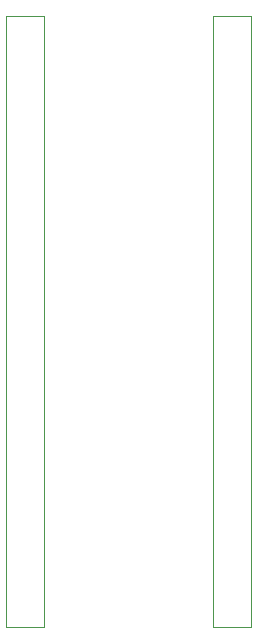
<source format=gbr>
G04 DesignSpark PCB Gerber Version 9.0 Build 5138 *
%FSLAX35Y35*%
%MOMM*%
%ADD122C,0.05000*%
X0Y0D02*
D02*
D122*
X443800Y5398240D02*
X123800D01*
Y10578240*
X443800*
Y5398240*
X2193800D02*
X1873800D01*
Y10578240*
X2193800*
Y5398240*
X0Y0D02*
M02*

</source>
